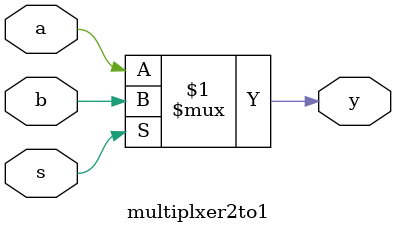
<source format=v>
module multiplxer2to1(a,b,s,y);
input a,b,s;
output y;
assign y = s? b:a;
endmodule  
</source>
